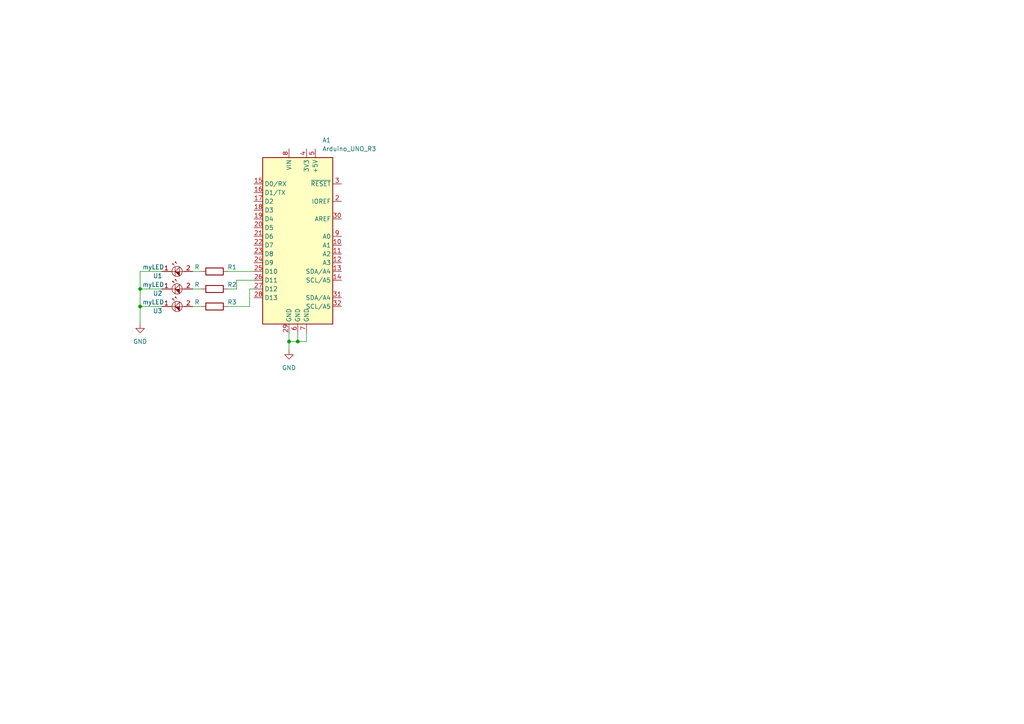
<source format=kicad_sch>
(kicad_sch (version 20211123) (generator eeschema)
  (paper "A4")
  (lib_symbols
    (symbol "Device:R" (pin_numbers hide) (pin_names (offset 0))
      (property "Reference" "R" (at 2.032 0 90))
      (property "Value" "R" (at 0 0 90))
      (symbol "R_0_1"
        (rectangle (start -1.016 -2.54) (end 1.016 2.54) (stroke (width 0.254)))
      )
      (symbol "R_1_1"
        (pin passive line (at 0 3.81 270) (length 1.27) (name "~") (number "1"))
        (pin passive line (at 0 -3.81 90) (length 1.27) (name "~") (number "2"))
      )
    )
    (symbol "MCU_Module:Arduino_UNO_R3"
      (property "Reference" "A" (at -10.16 23.495 0))
      (property "Value" "Arduino_UNO_R3" (at 5.08 -26.67 0))
      (symbol "Arduino_UNO_R3_0_1"
        (rectangle (start -10.16 22.86) (end 10.16 -25.4) (stroke (width 0.254)) (fill (type background)))
      )
      (symbol "Arduino_UNO_R3_1_1"
        (pin no_connect line (at -10.16 -20.32 0) (length 2.54) hide (name "NC") (number "1"))
        (pin bidirectional line (at 12.7 -2.54 180) (length 2.54) (name "A1") (number "10"))
        (pin bidirectional line (at 12.7 -5.08 180) (length 2.54) (name "A2") (number "11"))
        (pin bidirectional line (at 12.7 -7.62 180) (length 2.54) (name "A3") (number "12"))
        (pin bidirectional line (at 12.7 -10.16 180) (length 2.54) (name "SDA/A4") (number "13"))
        (pin bidirectional line (at 12.7 -12.7 180) (length 2.54) (name "SCL/A5") (number "14"))
        (pin bidirectional line (at -12.7 15.24 0) (length 2.54) (name "D0/RX") (number "15"))
        (pin bidirectional line (at -12.7 12.7 0) (length 2.54) (name "D1/TX") (number "16"))
        (pin bidirectional line (at -12.7 10.16 0) (length 2.54) (name "D2") (number "17"))
        (pin bidirectional line (at -12.7 7.62 0) (length 2.54) (name "D3") (number "18"))
        (pin bidirectional line (at -12.7 5.08 0) (length 2.54) (name "D4") (number "19"))
        (pin output line (at 12.7 10.16 180) (length 2.54) (name "IOREF") (number "2"))
        (pin bidirectional line (at -12.7 2.54 0) (length 2.54) (name "D5") (number "20"))
        (pin bidirectional line (at -12.7 0 0) (length 2.54) (name "D6") (number "21"))
        (pin bidirectional line (at -12.7 -2.54 0) (length 2.54) (name "D7") (number "22"))
        (pin bidirectional line (at -12.7 -5.08 0) (length 2.54) (name "D8") (number "23"))
        (pin bidirectional line (at -12.7 -7.62 0) (length 2.54) (name "D9") (number "24"))
        (pin bidirectional line (at -12.7 -10.16 0) (length 2.54) (name "D10") (number "25"))
        (pin bidirectional line (at -12.7 -12.7 0) (length 2.54) (name "D11") (number "26"))
        (pin bidirectional line (at -12.7 -15.24 0) (length 2.54) (name "D12") (number "27"))
        (pin bidirectional line (at -12.7 -17.78 0) (length 2.54) (name "D13") (number "28"))
        (pin power_in line (at -2.54 -27.94 90) (length 2.54) (name "GND") (number "29"))
        (pin input line (at 12.7 15.24 180) (length 2.54) (name "~{RESET}") (number "3"))
        (pin input line (at 12.7 5.08 180) (length 2.54) (name "AREF") (number "30"))
        (pin bidirectional line (at 12.7 -17.78 180) (length 2.54) (name "SDA/A4") (number "31"))
        (pin bidirectional line (at 12.7 -20.32 180) (length 2.54) (name "SCL/A5") (number "32"))
        (pin power_out line (at 2.54 25.4 270) (length 2.54) (name "3V3") (number "4"))
        (pin power_out line (at 5.08 25.4 270) (length 2.54) (name "+5V") (number "5"))
        (pin power_in line (at 0 -27.94 90) (length 2.54) (name "GND") (number "6"))
        (pin power_in line (at 2.54 -27.94 90) (length 2.54) (name "GND") (number "7"))
        (pin power_in line (at -2.54 25.4 270) (length 2.54) (name "VIN") (number "8"))
        (pin bidirectional line (at 12.7 0 180) (length 2.54) (name "A0") (number "9"))
      )
    )
    (symbol "myLED_1"
      (property "Reference" "U" (at -5.08 -1.524 0))
      (property "Value" "myLED_1" (at 0.508 -2.54 0))
      (symbol "myLED_1_0_1"
        (polyline (pts (xy 0.508 2.286) (xy 0 2.794) (xy 0 2.54) (xy 0.254 2.794) (xy 0 2.794)))
        (polyline (pts (xy -0.254 1.778) (xy -0.762 2.286) (xy -0.762 2.032) (xy -0.508 2.286) (xy -0.762 2.286) (xy -0.508 2.032)))
        (polyline (pts (xy 2.54 0) (xy 1.27 0) (xy 1.27 1.27) (xy 0 0) (xy 1.27 -1.27) (xy 1.27 0) (xy 1.27 1.27) (xy 0 0) (xy 0 1.27) (xy 0 -1.27) (xy 0 0) (xy -1.27 0) (xy 0 0)) (fill (type outline)))
        (circle (center 0.5588 0.0254) (radius 1.4908))
      )
      (symbol "myLED_1_1_1"
        (pin input line (at -3.81 0 0) (length 2.54) (name "") (number "1"))
        (pin input line (at 5.08 0 180) (length 2.54) (name "") (number "2"))
      )
    )
    (symbol "power:GND" (power) (pin_names (offset 0))
      (property "Value" "GND" (at 0 -3.81 0))
      (symbol "GND_0_1"
        (polyline (pts (xy 0 0) (xy 0 -1.27) (xy 1.27 -1.27) (xy 0 -2.54) (xy -1.27 -1.27) (xy 0 -1.27)))
      )
      (symbol "GND_1_1"
        (pin power_in line (at 0 0 270) (length 0) hide (name "GND") (number "1"))
      )
    )
  )
  (junction (at 83.82 99.06))
  (junction (at 40.64 83.82))
  (junction (at 40.64 88.9))
  (junction (at 86.36 99.06))
  (wire (pts (xy 86.36 96.52) (xy 86.36 99.06)))
  (wire (pts (xy 66.04 78.74) (xy 73.66 78.74)))
  (wire (pts (xy 55.88 78.74) (xy 58.42 78.74)))
  (wire (pts (xy 72.39 83.82) (xy 73.66 83.82)))
  (wire (pts (xy 55.88 88.9) (xy 58.42 88.9)))
  (wire (pts (xy 68.58 81.28) (xy 73.66 81.28)))
  (wire (pts (xy 55.88 83.82) (xy 58.42 83.82)))
  (wire (pts (xy 86.36 99.06) (xy 88.9 99.06)))
  (wire (pts (xy 83.82 96.52) (xy 83.82 99.06)))
  (wire (pts (xy 40.64 88.9) (xy 46.99 88.9)))
  (wire (pts (xy 83.82 99.06) (xy 83.82 101.6)))
  (wire (pts (xy 72.39 88.9) (xy 72.39 83.82)))
  (wire (pts (xy 40.64 93.98) (xy 40.64 88.9)))
  (wire (pts (xy 66.04 83.82) (xy 68.58 83.82)))
  (wire (pts (xy 40.64 83.82) (xy 46.99 83.82)))
  (wire (pts (xy 68.58 83.82) (xy 68.58 81.28)))
  (wire (pts (xy 83.82 99.06) (xy 86.36 99.06)))
  (wire (pts (xy 66.04 88.9) (xy 72.39 88.9)))
  (wire (pts (xy 40.64 83.82) (xy 40.64 78.74)))
  (wire (pts (xy 40.64 78.74) (xy 46.99 78.74)))
  (wire (pts (xy 88.9 96.52) (xy 88.9 99.06)))
  (wire (pts (xy 40.64 88.9) (xy 40.64 83.82)))
  (symbol (lib_name "myLED_1") (lib_id "1_KJC_LED_Library:myLED") (at 50.8 88.9 0) (unit 1)
    (property "Reference" "U3" (at 45.72 90.17 0))
    (property "Value" "myLED" (at 44.45 87.63 0))
    (property "Footprint" "1_KJC_Library:myLED" (effects hide))
  )
  (symbol (lib_id "power:GND") (at 83.82 101.6 0) (unit 1)
    (property "Reference" "#PWR0101" (effects hide))
    (property "Value" "GND" (at 83.82 106.68 0))
  )
  (symbol (lib_id "Device:R") (at 62.23 78.74 90) (unit 1)
    (property "Reference" "R1" (at 67.31 77.47 90))
    (property "Value" "R" (at 57.15 77.47 90))
    (property "Footprint" "1_KJC_Library:MyR" (effects hide))
  )
  (symbol (lib_id "power:GND") (at 40.64 93.98 0) (unit 1)
    (property "Reference" "#PWR0102" (effects hide))
    (property "Value" "GND" (at 40.64 99.06 0))
  )
  (symbol (lib_name "myLED_1") (lib_id "1_KJC_LED_Library:myLED") (at 50.8 83.82 0) (unit 1)
    (property "Reference" "U2" (at 45.72 85.09 0))
    (property "Value" "myLED" (at 44.45 82.55 0))
    (property "Footprint" "1_KJC_Library:myLED" (effects hide))
  )
  (symbol (lib_id "MCU_Module:Arduino_UNO_R3") (at 86.36 68.58 0) (unit 1)
    (property "Reference" "A1" (at 93.4594 40.64 0) (effects (justify left)))
    (property "Value" "Arduino_UNO_R3" (at 93.4594 43.18 0) (effects (justify left)))
    (property "Footprint" "Module:Arduino_UNO_R3" (effects hide))
    (property "Datasheet" "https://www.arduino.cc/en/Main/arduinoBoardUno" (effects hide))
  )
  (symbol (lib_id "Device:R") (at 62.23 88.9 90) (unit 1)
    (property "Reference" "R3" (at 67.31 87.63 90))
    (property "Value" "R" (at 57.15 87.63 90))
    (property "Footprint" "1_KJC_Library:MyR" (effects hide))
  )
  (symbol (lib_name "myLED_1") (lib_id "1_KJC_LED_Library:myLED") (at 50.8 78.74 0) (unit 1)
    (property "Reference" "U1" (at 45.72 80.01 0))
    (property "Value" "myLED" (at 44.45 77.47 0))
    (property "Footprint" "1_KJC_Library:myLED" (effects hide))
  )
  (symbol (lib_id "Device:R") (at 62.23 83.82 90) (unit 1)
    (property "Reference" "R2" (at 67.31 82.55 90))
    (property "Value" "R" (at 57.15 82.55 90))
    (property "Footprint" "1_KJC_Library:MyR" (effects hide))
  )
)
</source>
